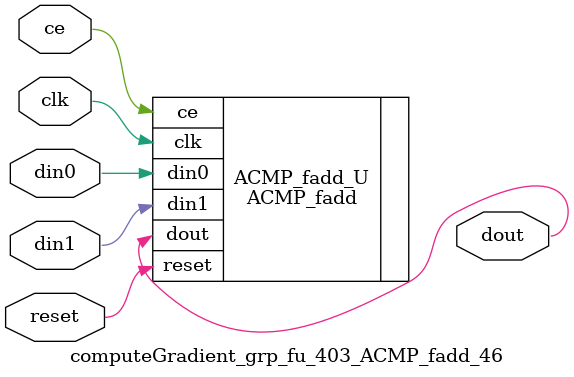
<source format=v>

`timescale 1 ns / 1 ps
module computeGradient_grp_fu_403_ACMP_fadd_46(
    clk,
    reset,
    ce,
    din0,
    din1,
    dout);

parameter ID = 32'd1;
parameter NUM_STAGE = 32'd1;
parameter din0_WIDTH = 32'd1;
parameter din1_WIDTH = 32'd1;
parameter dout_WIDTH = 32'd1;
input clk;
input reset;
input ce;
input[din0_WIDTH - 1:0] din0;
input[din1_WIDTH - 1:0] din1;
output[dout_WIDTH - 1:0] dout;



ACMP_fadd #(
.ID( ID ),
.NUM_STAGE( 4 ),
.din0_WIDTH( din0_WIDTH ),
.din1_WIDTH( din1_WIDTH ),
.dout_WIDTH( dout_WIDTH ))
ACMP_fadd_U(
    .clk( clk ),
    .reset( reset ),
    .ce( ce ),
    .din0( din0 ),
    .din1( din1 ),
    .dout( dout ));

endmodule

</source>
